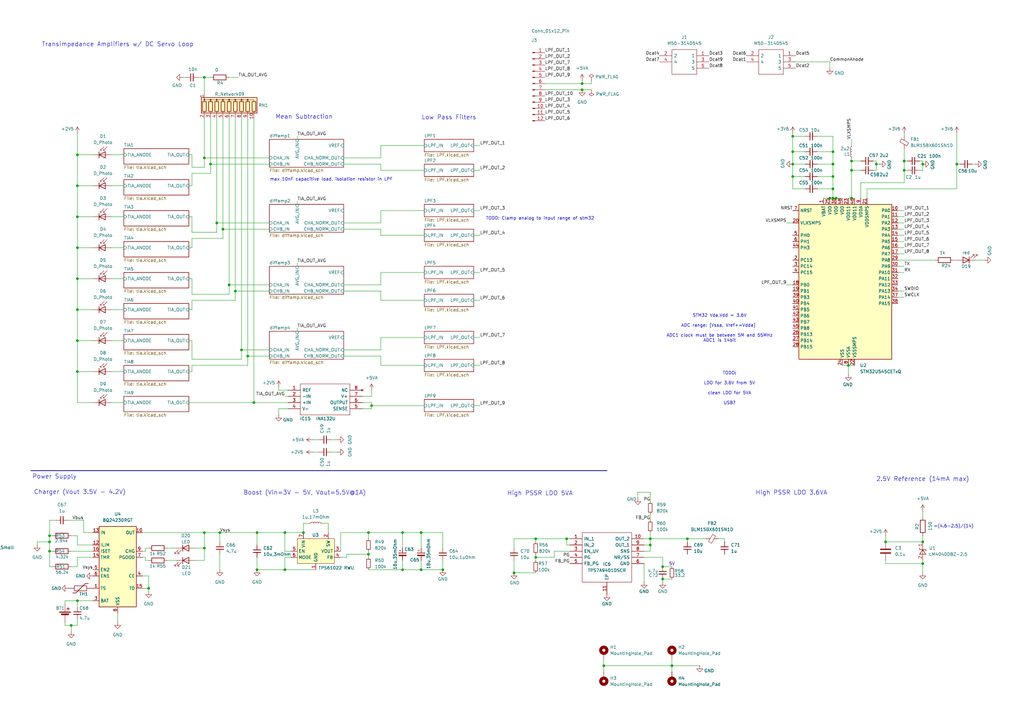
<source format=kicad_sch>
(kicad_sch (version 20231120) (generator "eeschema") (generator_version "8.0")
  (paper "A3")
  (junction (at 359.41 67.31))
  (junction (at 392.43 67.31))
  (junction (at 93.98 116.84))
  (junction (at 31.75 63.5))
  (junction (at 275.59 273.05))
  (junction (at 340.36 81.28))
  (junction (at 105.41 233.68))
  (junction (at 31.75 139.7))
  (junction (at 378.46 231.14))
  (junction (at 347.98 149.86))
  (junction (at 349.25 66.04))
  (junction (at 116.84 218.44))
  (junction (at -17.78 214.63))
  (junction (at 96.52 119.38))
  (junction (at 325.12 67.31))
  (junction (at 210.82 234.95))
  (junction (at 341.63 67.31))
  (junction (at 101.6 146.05))
  (junction (at 172.72 218.44))
  (junction (at 116.84 233.68))
  (junction (at 341.63 81.28))
  (junction (at 378.46 67.31))
  (junction (at 219.71 228.6))
  (junction (at 219.71 220.98))
  (junction (at 181.61 233.68))
  (junction (at 341.63 77.47))
  (junction (at 31.75 88.9))
  (junction (at 341.63 72.39))
  (junction (at 31.75 101.6))
  (junction (at 281.94 220.98))
  (junction (at 247.65 273.05))
  (junction (at 31.75 76.2))
  (junction (at 342.9 81.28))
  (junction (at 238.76 36.83))
  (junction (at 152.4 166.37))
  (junction (at 151.13 227.33))
  (junction (at 88.9 91.44))
  (junction (at 349.25 69.85))
  (junction (at 165.1 218.44))
  (junction (at -17.78 220.98))
  (junction (at 325.12 55.88))
  (junction (at 31.75 127))
  (junction (at 151.13 218.44))
  (junction (at 20.32 222.25))
  (junction (at 104.14 165.1))
  (junction (at 165.1 233.68))
  (junction (at 271.78 237.49))
  (junction (at 266.7 223.52))
  (junction (at 29.21 256.54))
  (junction (at 363.22 222.25))
  (junction (at 172.72 233.68))
  (junction (at 124.46 218.44))
  (junction (at 83.82 31.75))
  (junction (at 31.75 246.38))
  (junction (at 325.12 62.23))
  (junction (at 341.63 62.23))
  (junction (at 378.46 222.25))
  (junction (at -33.02 214.63))
  (junction (at 31.75 152.4))
  (junction (at 60.96 241.3))
  (junction (at 370.84 69.85))
  (junction (at 83.82 224.79))
  (junction (at 232.41 220.98))
  (junction (at 238.76 34.29))
  (junction (at 325.12 72.39))
  (junction (at 105.41 218.44))
  (junction (at 271.78 232.41))
  (junction (at 83.82 218.44))
  (junction (at 90.17 218.44))
  (junction (at 31.75 114.3))
  (junction (at 20.32 219.71))
  (junction (at 370.84 66.04))
  (junction (at 91.44 93.98))
  (junction (at 20.32 226.06))
  (junction (at 266.7 220.98))
  (junction (at 99.06 143.51))
  (junction (at 349.25 81.28))
  (junction (at 86.36 67.31))
  (junction (at 83.82 64.77))
  (wire (pts (xy 363.22 219.71) (xy 363.22 222.25)))
  (wire (pts (xy 31.75 246.38) (xy 38.1 246.38)))
  (wire (pts (xy 78.74 147.32) (xy 99.06 147.32)))
  (wire (pts (xy 359.41 66.04) (xy 359.41 67.31)))
  (wire (pts (xy 349.25 57.15) (xy 349.25 59.69)))
  (wire (pts (xy 172.72 218.44) (xy 172.72 224.79)))
  (wire (pts (xy 121.92 134.62) (xy 121.92 135.89)))
  (wire (pts (xy 31.75 101.6) (xy 31.75 114.3)))
  (wire (pts (xy 31.75 223.52) (xy 31.75 219.71)))
  (wire (pts (xy 114.3 160.02) (xy 114.3 158.75)))
  (wire (pts (xy 91.44 48.26) (xy 91.44 93.98)))
  (wire (pts (xy 156.21 96.52) (xy 173.99 96.52)))
  (wire (pts (xy 266.7 220.98) (xy 264.16 220.98)))
  (wire (pts (xy 325.12 77.47) (xy 330.2 77.47)))
  (wire (pts (xy 359.41 67.31) (xy 360.68 67.31)))
  (wire (pts (xy 86.36 48.26) (xy 86.36 67.31)))
  (wire (pts (xy 31.75 88.9) (xy 38.1 88.9)))
  (wire (pts (xy 38.1 228.6) (xy 31.75 228.6)))
  (wire (pts (xy 297.18 220.98) (xy 294.64 220.98)))
  (wire (pts (xy 341.63 55.88) (xy 341.63 62.23)))
  (wire (pts (xy 135.89 185.42) (xy 138.43 185.42)))
  (wire (pts (xy 88.9 48.26) (xy 88.9 91.44)))
  (wire (pts (xy 325.12 72.39) (xy 325.12 77.47)))
  (wire (pts (xy 363.22 229.87) (xy 363.22 231.14)))
  (wire (pts (xy 156.21 93.98) (xy 156.21 96.52)))
  (wire (pts (xy 287.02 273.05) (xy 275.59 273.05)))
  (wire (pts (xy 76.2 31.75) (xy 74.93 31.75)))
  (wire (pts (xy 289.56 220.98) (xy 281.94 220.98)))
  (wire (pts (xy 335.28 62.23) (xy 341.63 62.23)))
  (wire (pts (xy 349.25 69.85) (xy 349.25 81.28)))
  (wire (pts (xy 83.82 64.77) (xy 110.49 64.77)))
  (wire (pts (xy 90.17 218.44) (xy 90.17 222.25)))
  (wire (pts (xy 142.24 227.33) (xy 151.13 227.33)))
  (wire (pts (xy 232.41 220.98) (xy 232.41 223.52)))
  (wire (pts (xy -33.02 214.63) (xy -33.02 215.9)))
  (wire (pts (xy 275.59 273.05) (xy 247.65 273.05)))
  (wire (pts (xy 139.7 226.06) (xy 139.7 218.44)))
  (wire (pts (xy 31.75 63.5) (xy 38.1 63.5)))
  (wire (pts (xy 219.71 228.6) (xy 219.71 227.33)))
  (wire (pts (xy 156.21 64.77) (xy 156.21 59.69)))
  (wire (pts (xy 349.25 69.85) (xy 353.06 69.85)))
  (wire (pts (xy 31.75 63.5) (xy 31.75 76.2)))
  (wire (pts (xy 26.67 246.38) (xy 31.75 246.38)))
  (wire (pts (xy 104.14 165.1) (xy 118.11 165.1)))
  (wire (pts (xy 275.59 273.05) (xy 275.59 275.59)))
  (wire (pts (xy 368.3 111.76) (xy 370.84 111.76)))
  (wire (pts (xy 349.25 66.04) (xy 349.25 69.85)))
  (wire (pts (xy 15.24 222.25) (xy 20.32 222.25)))
  (wire (pts (xy -17.78 214.63) (xy -17.78 215.9)))
  (wire (pts (xy 59.69 224.79) (xy 59.69 226.06)))
  (wire (pts (xy 165.1 233.68) (xy 172.72 233.68)))
  (wire (pts (xy 110.49 67.31) (xy 86.36 67.31)))
  (wire (pts (xy 124.46 214.63) (xy 124.46 218.44)))
  (wire (pts (xy 271.78 237.49) (xy 271.78 238.76)))
  (wire (pts (xy 93.98 116.84) (xy 110.49 116.84)))
  (wire (pts (xy 368.3 104.14) (xy 370.84 104.14)))
  (wire (pts (xy 368.3 119.38) (xy 370.84 119.38)))
  (wire (pts (xy 370.84 69.85) (xy 370.84 74.93)))
  (wire (pts (xy 132.08 214.63) (xy 134.62 214.63)))
  (wire (pts (xy 341.63 62.23) (xy 341.63 67.31)))
  (wire (pts (xy 194.31 123.19) (xy 196.85 123.19)))
  (wire (pts (xy 156.21 59.69) (xy 173.99 59.69)))
  (wire (pts (xy 45.72 152.4) (xy 50.8 152.4)))
  (wire (pts (xy 31.75 232.41) (xy 29.21 232.41)))
  (wire (pts (xy 116.84 218.44) (xy 124.46 218.44)))
  (wire (pts (xy 78.74 68.58) (xy 83.82 68.58)))
  (wire (pts (xy 45.72 114.3) (xy 50.8 114.3)))
  (wire (pts (xy 77.47 88.9) (xy 78.74 88.9)))
  (wire (pts (xy 83.82 224.79) (xy 83.82 229.87)))
  (wire (pts (xy 119.38 226.06) (xy 116.84 226.06)))
  (wire (pts (xy 31.75 219.71) (xy 29.21 219.71)))
  (wire (pts (xy 335.28 77.47) (xy 341.63 77.47)))
  (wire (pts (xy 26.67 255.27) (xy 26.67 256.54)))
  (wire (pts (xy 81.28 31.75) (xy 83.82 31.75)))
  (wire (pts (xy 38.1 139.7) (xy 31.75 139.7)))
  (wire (pts (xy 88.9 91.44) (xy 88.9 95.25)))
  (wire (pts (xy 20.32 213.36) (xy 20.32 219.71)))
  (wire (pts (xy 148.59 165.1) (xy 152.4 165.1)))
  (wire (pts (xy 77.47 165.1) (xy 104.14 165.1)))
  (wire (pts (xy 353.06 74.93) (xy 353.06 81.28)))
  (wire (pts (xy 368.3 86.36) (xy 370.84 86.36)))
  (wire (pts (xy 330.2 72.39) (xy 325.12 72.39)))
  (wire (pts (xy 151.13 233.68) (xy 165.1 233.68)))
  (wire (pts (xy 392.43 54.61) (xy 392.43 67.31)))
  (wire (pts (xy 156.21 67.31) (xy 156.21 69.85)))
  (wire (pts (xy 219.71 222.25) (xy 219.71 220.98)))
  (wire (pts (xy 194.31 86.36) (xy 196.85 86.36)))
  (wire (pts (xy 341.63 72.39) (xy 341.63 77.47)))
  (wire (pts (xy 370.84 69.85) (xy 372.11 69.85)))
  (wire (pts (xy 129.54 233.68) (xy 116.84 233.68)))
  (wire (pts (xy 368.3 121.92) (xy 370.84 121.92)))
  (wire (pts (xy 78.74 88.9) (xy 78.74 95.25)))
  (wire (pts (xy 341.63 67.31) (xy 341.63 72.39)))
  (wire (pts (xy 105.41 233.68) (xy 116.84 233.68)))
  (wire (pts (xy 140.97 64.77) (xy 156.21 64.77)))
  (wire (pts (xy 181.61 218.44) (xy 181.61 224.79)))
  (wire (pts (xy 128.27 185.42) (xy 130.81 185.42)))
  (wire (pts (xy 378.46 69.85) (xy 378.46 67.31)))
  (wire (pts (xy 78.74 139.7) (xy 78.74 147.32)))
  (wire (pts (xy 392.43 67.31) (xy 393.7 67.31)))
  (wire (pts (xy 121.92 82.55) (xy 121.92 83.82)))
  (wire (pts (xy 172.72 229.87) (xy 172.72 233.68)))
  (wire (pts (xy 34.29 213.36) (xy 27.94 213.36)))
  (wire (pts (xy 114.3 167.64) (xy 118.11 167.64)))
  (wire (pts (xy 165.1 218.44) (xy 165.1 224.79)))
  (wire (pts (xy 78.74 97.79) (xy 91.44 97.79)))
  (wire (pts (xy 151.13 218.44) (xy 165.1 218.44)))
  (wire (pts (xy 60.96 242.57) (xy 60.96 241.3)))
  (wire (pts (xy 266.7 218.44) (xy 266.7 220.98)))
  (wire (pts (xy 194.31 111.76) (xy 196.85 111.76)))
  (wire (pts (xy 194.31 96.52) (xy 196.85 96.52)))
  (wire (pts (xy 93.98 31.75) (xy 97.79 31.75)))
  (wire (pts (xy 194.31 59.69) (xy 196.85 59.69)))
  (wire (pts (xy 172.72 218.44) (xy 181.61 218.44)))
  (wire (pts (xy 326.39 25.4) (xy 340.36 25.4)))
  (wire (pts (xy 78.74 101.6) (xy 78.74 97.79)))
  (wire (pts (xy 368.3 96.52) (xy 370.84 96.52)))
  (wire (pts (xy 151.13 226.06) (xy 151.13 227.33)))
  (wire (pts (xy 349.25 81.28) (xy 350.52 81.28)))
  (wire (pts (xy 347.98 149.86) (xy 350.52 149.86)))
  (wire (pts (xy 363.22 222.25) (xy 378.46 222.25)))
  (wire (pts (xy 45.72 165.1) (xy 50.8 165.1)))
  (wire (pts (xy 121.92 55.88) (xy 121.92 57.15)))
  (wire (pts (xy 31.75 54.61) (xy 31.75 63.5)))
  (wire (pts (xy 78.74 95.25) (xy 88.9 95.25)))
  (wire (pts (xy 20.32 226.06) (xy 21.59 226.06)))
  (wire (pts (xy 297.18 222.25) (xy 297.18 220.98)))
  (wire (pts (xy 194.31 149.86) (xy 196.85 149.86)))
  (wire (pts (xy 152.4 166.37) (xy 152.4 167.64)))
  (wire (pts (xy 26.67 256.54) (xy 29.21 256.54)))
  (wire (pts (xy 78.74 152.4) (xy 77.47 152.4)))
  (wire (pts (xy 83.82 48.26) (xy 83.82 64.77)))
  (wire (pts (xy 83.82 218.44) (xy 90.17 218.44)))
  (wire (pts (xy 91.44 93.98) (xy 91.44 97.79)))
  (wire (pts (xy 96.52 119.38) (xy 110.49 119.38)))
  (wire (pts (xy 325.12 67.31) (xy 330.2 67.31)))
  (wire (pts (xy 20.32 219.71) (xy 21.59 219.71)))
  (wire (pts (xy 140.97 119.38) (xy 156.21 119.38)))
  (wire (pts (xy 368.3 109.22) (xy 370.84 109.22)))
  (wire (pts (xy 45.72 127) (xy 50.8 127)))
  (wire (pts (xy 140.97 116.84) (xy 156.21 116.84)))
  (wire (pts (xy 78.74 71.12) (xy 78.74 76.2)))
  (wire (pts (xy 31.75 114.3) (xy 38.1 114.3)))
  (wire (pts (xy 363.22 231.14) (xy 378.46 231.14)))
  (wire (pts (xy 83.82 31.75) (xy 86.36 31.75)))
  (wire (pts (xy 140.97 146.05) (xy 156.21 146.05)))
  (wire (pts (xy 128.27 180.34) (xy 130.81 180.34)))
  (wire (pts (xy 59.69 229.87) (xy 59.69 228.6)))
  (wire (pts (xy 398.78 67.31) (xy 400.05 67.31)))
  (wire (pts (xy 26.67 246.38) (xy 26.67 247.65)))
  (wire (pts (xy 194.31 166.37) (xy 196.85 166.37)))
  (wire (pts (xy 151.13 228.6) (xy 151.13 227.33)))
  (wire (pts (xy 349.25 64.77) (xy 349.25 66.04)))
  (wire (pts (xy 156.21 91.44) (xy 156.21 86.36)))
  (wire (pts (xy 335.28 72.39) (xy 341.63 72.39)))
  (wire (pts (xy 370.84 66.04) (xy 370.84 69.85)))
  (wire (pts (xy 86.36 71.12) (xy 78.74 71.12)))
  (wire (pts (xy 194.31 138.43) (xy 196.85 138.43)))
  (wire (pts (xy 370.84 60.96) (xy 370.84 66.04)))
  (wire (pts (xy 368.3 91.44) (xy 370.84 91.44)))
  (wire (pts (xy 368.3 88.9) (xy 370.84 88.9)))
  (wire (pts (xy 99.06 48.26) (xy 99.06 143.51)))
  (wire (pts (xy 31.75 76.2) (xy 38.1 76.2)))
  (wire (pts (xy 223.52 36.83) (xy 238.76 36.83)))
  (wire (pts (xy 78.74 149.86) (xy 78.74 152.4)))
  (wire (pts (xy 77.47 114.3) (xy 78.74 114.3)))
  (wire (pts (xy 378.46 66.04) (xy 377.19 66.04)))
  (wire (pts (xy -29.21 214.63) (xy -33.02 214.63)))
  (wire (pts (xy 116.84 228.6) (xy 119.38 228.6)))
  (wire (pts (xy 368.3 99.06) (xy 370.84 99.06)))
  (wire (pts (xy 31.75 139.7) (xy 31.75 152.4)))
  (wire (pts (xy 223.52 34.29) (xy 238.76 34.29)))
  (wire (pts (xy 266.7 201.93) (xy 266.7 205.74)))
  (wire (pts (xy 219.71 228.6) (xy 227.33 228.6)))
  (wire (pts (xy 152.4 162.56) (xy 148.59 162.56)))
  (wire (pts (xy 31.75 127) (xy 31.75 139.7)))
  (wire (pts (xy 68.58 224.79) (xy 72.39 224.79)))
  (wire (pts (xy 156.21 119.38) (xy 156.21 123.19)))
  (wire (pts (xy 31.75 101.6) (xy 38.1 101.6)))
  (wire (pts (xy 77.47 63.5) (xy 78.74 63.5)))
  (wire (pts (xy 31.75 228.6) (xy 31.75 232.41)))
  (wire (pts (xy 233.68 220.98) (xy 232.41 220.98)))
  (wire (pts (xy 31.75 88.9) (xy 31.75 101.6)))
  (wire (pts (xy 342.9 81.28) (xy 345.44 81.28)))
  (wire (pts (xy 45.72 139.7) (xy 50.8 139.7)))
  (wire (pts (xy 156.21 143.51) (xy 156.21 138.43)))
  (wire (pts (xy 45.72 63.5) (xy 50.8 63.5)))
  (wire (pts (xy 101.6 146.05) (xy 110.49 146.05)))
  (wire (pts (xy 31.75 152.4) (xy 38.1 152.4)))
  (wire (pts (xy 378.46 219.71) (xy 378.46 222.25)))
  (wire (pts (xy 156.21 146.05) (xy 156.21 149.86)))
  (wire (pts (xy 104.14 48.26) (xy 104.14 165.1)))
  (wire (pts (xy 83.82 31.75) (xy 83.82 38.1)))
  (wire (pts (xy 80.01 229.87) (xy 83.82 229.87)))
  (wire (pts (xy 58.42 228.6) (xy 59.69 228.6)))
  (wire (pts (xy 238.76 36.83) (xy 242.57 36.83)))
  (wire (pts (xy 392.43 77.47) (xy 392.43 67.31)))
  (wire (pts (xy 152.4 167.64) (xy 148.59 167.64)))
  (wire (pts (xy 181.61 233.68) (xy 181.61 229.87)))
  (wire (pts (xy 60.96 224.79) (xy 59.69 224.79)))
  (wire (pts (xy 68.58 229.87) (xy 72.39 229.87)))
  (wire (pts (xy 322.58 91.44) (xy 325.12 91.44)))
  (wire (pts (xy 134.62 214.63) (xy 134.62 218.44)))
  (wire (pts (xy -17.78 220.98) (xy -5.08 220.98)))
  (wire (pts (xy 20.32 222.25) (xy 20.32 226.06)))
  (wire (pts (xy 210.82 229.87) (xy 210.82 234.95)))
  (wire (pts (xy 45.72 101.6) (xy 50.8 101.6)))
  (wire (pts (xy 105.41 228.6) (xy 105.41 233.68)))
  (wire (pts (xy 156.21 116.84) (xy 156.21 111.76)))
  (wire (pts (xy 45.72 76.2) (xy 50.8 76.2)))
  (wire (pts (xy 127 214.63) (xy 124.46 214.63)))
  (wire (pts (xy 345.44 149.86) (xy 347.98 149.86)))
  (wire (pts (xy 121.92 107.95) (xy 121.92 109.22)))
  (wire (pts (xy 93.98 116.84) (xy 93.98 120.65)))
  (wire (pts (xy 266.7 223.52) (xy 266.7 220.98)))
  (wire (pts (xy 340.36 81.28) (xy 341.63 81.28)))
  (wire (pts (xy 210.82 234.95) (xy 219.71 234.95)))
  (wire (pts (xy 156.21 123.19) (xy 173.99 123.19)))
  (wire (pts (xy 325.12 54.61) (xy 325.12 55.88)))
  (wire (pts (xy 359.41 67.31) (xy 359.41 69.85)))
  (wire (pts (xy 156.21 69.85) (xy 173.99 69.85)))
  (wire (pts (xy 93.98 48.26) (xy 93.98 116.84)))
  (wire (pts (xy 156.21 149.86) (xy 173.99 149.86)))
  (wire (pts (xy 325.12 67.31) (xy 325.12 72.39)))
  (wire (pts (xy 266.7 226.06) (xy 266.7 223.52)))
  (wire (pts (xy 38.1 223.52) (xy 31.75 223.52)))
  (wire (pts (xy 264.16 223.52) (xy 266.7 223.52)))
  (wire (pts (xy 368.3 101.6) (xy 370.84 101.6)))
  (wire (pts (xy 242.57 33.02) (xy 242.57 34.29)))
  (wire (pts (xy 341.63 77.47) (xy 341.63 81.28)))
  (wire (pts (xy 152.4 166.37) (xy 173.99 166.37)))
  (wire (pts (xy 80.01 224.79) (xy 83.82 224.79)))
  (wire (pts (xy 261.62 201.93) (xy 266.7 201.93)))
  (wire (pts (xy 142.24 228.6) (xy 142.24 227.33)))
  (wire (pts (xy 90.17 227.33) (xy 90.17 233.68)))
  (wire (pts (xy 105.41 218.44) (xy 116.84 218.44)))
  (wire (pts (xy 335.28 67.31) (xy 341.63 67.31)))
  (wire (pts (xy 378.46 209.55) (xy 378.46 212.09)))
  (wire (pts (xy 83.82 64.77) (xy 83.82 68.58)))
  (wire (pts (xy 165.1 229.87) (xy 165.1 233.68)))
  (wire (pts (xy 271.78 237.49) (xy 275.59 237.49)))
  (wire (pts (xy 140.97 93.98) (xy 156.21 93.98)))
  (wire (pts (xy 378.46 229.87) (xy 378.46 231.14)))
  (wire (pts (xy 165.1 218.44) (xy 172.72 218.44)))
  (wire (pts (xy -17.78 214.63) (xy -5.08 214.63)))
  (wire (pts (xy 99.06 143.51) (xy 99.06 147.32)))
  (wire (pts (xy 20.32 232.41) (xy 21.59 232.41)))
  (wire (pts (xy 341.63 81.28) (xy 342.9 81.28)))
  (wire (pts (xy 58.42 218.44) (xy 83.82 218.44)))
  (wire (pts (xy 247.65 273.05) (xy 247.65 275.59)))
  (wire (pts (xy 151.13 218.44) (xy 151.13 220.98)))
  (wire (pts (xy 261.62 204.47) (xy 261.62 201.93)))
  (wire (pts (xy 140.97 143.51) (xy 156.21 143.51)))
  (wire (pts (xy -5.08 214.63) (xy -5.08 215.9)))
  (wire (pts (xy 90.17 218.44) (xy 105.41 218.44)))
  (wire (pts (xy 355.6 77.47) (xy 392.43 77.47)))
  (wire (pts (xy 140.97 91.44) (xy 156.21 91.44)))
  (wire (pts (xy 238.76 34.29) (xy 238.76 33.02)))
  (wire (pts (xy 322.58 116.84) (xy 325.12 116.84)))
  (wire (pts (xy 77.47 139.7) (xy 78.74 139.7)))
  (wire (pts (xy 101.6 146.05) (xy 101.6 149.86)))
  (wire (pts (xy 347.98 149.86) (xy 347.98 153.67)))
  (wire (pts (xy 31.75 165.1) (xy 38.1 165.1)))
  (wire (pts (xy 271.78 232.41) (xy 275.59 232.41)))
  (wire (pts (xy 156.21 138.43) (xy 173.99 138.43)))
  (wire (pts (xy 281.94 220.98) (xy 281.94 222.25)))
  (wire (pts (xy 330.2 55.88) (xy 325.12 55.88)))
  (wire (pts (xy 349.25 66.04) (xy 353.06 66.04)))
  (wire (pts (xy 135.89 180.34) (xy 138.43 180.34)))
  (wire (pts (xy 340.36 25.4) (xy 340.36 27.94)))
  (wire (pts (xy 91.44 93.98) (xy 110.49 93.98)))
  (wire (pts (xy 116.84 226.06) (xy 116.84 218.44)))
  (wire (pts (xy 116.84 233.68) (xy 116.84 228.6)))
  (wire (pts (xy 266.7 220.98) (xy 281.94 220.98)))
  (bus (pts (xy 12.7 193.04) (xy 248.92 193.04)))
  (wire (pts (xy 264.16 228.6) (xy 271.78 228.6)))
  (wire (pts (xy 29.21 256.54) (xy 31.75 256.54)))
  (wire (pts (xy 264.16 226.06) (xy 266.7 226.06)))
  (wire (pts (xy 20.32 219.71) (xy 20.32 222.25)))
  (wire (pts (xy 233.68 226.06) (xy 227.33 226.06)))
  (wire (pts (xy 355.6 77.47) (xy 355.6 81.28)))
  (wire (pts (xy 86.36 67.31) (xy 86.36 71.12)))
  (wire (pts (xy -21.59 214.63) (xy -17.78 214.63)))
  (wire (pts (xy 78.74 114.3) (xy 78.74 120.65)))
  (wire (pts (xy 31.75 127) (xy 38.1 127)))
  (wire (pts (xy 264.16 231.14) (xy 264.16 238.76)))
  (wire (pts (xy 370.84 66.04) (xy 372.11 66.04)))
  (wire (pts (xy 83.82 218.44) (xy 83.82 224.79)))
  (wire (pts (xy 77.47 101.6) (xy 78.74 101.6)))
  (wire (pts (xy 77.47 127) (xy 78.74 127)))
  (wire (pts (xy 31.75 76.2) (xy 31.75 88.9)))
  (wire (pts (xy 116.84 162.56) (xy 118.11 162.56)))
  (wire (pts (xy 101.6 48.26) (xy 101.6 146.05)))
  (wire (pts (xy 219.71 220.98) (xy 232.41 220.98)))
  (wire (pts (xy 232.41 223.52) (xy 233.68 223.52)))
  (wire (pts (xy 391.16 106.68) (xy 392.43 106.68)))
  (wire (pts (xy -45.72 214.63) (xy -33.02 214.63)))
  (wire (pts (xy 31.75 114.3) (xy 31.75 127)))
  (wire (pts (xy 45.72 88.9) (xy 50.8 88.9)))
  (wire (pts (xy -33.02 220.98) (xy -17.78 220.98)))
  (wire (pts (xy 34.29 218.44) (xy 34.29 213.36)))
  (wire (pts (xy 219.71 228.6) (xy 219.71 229.87)))
  (wire (pts (xy 96.52 119.38) (xy 96.52 123.19)))
  (wire (pts (xy 31.75 256.54) (xy 31.75 254)))
  (wire (pts (xy 78.74 127) (xy 78.74 123.19)))
  (wire (pts (xy 368.3 93.98) (xy 370.84 93.98)))
  (wire (pts (xy 210.82 224.79) (xy 210.82 220.98)))
  (wire (pts (xy 58.42 236.22) (xy 60.96 236.22)))
  (wire (pts (xy 48.26 251.46) (xy 48.26 255.27)))
  (wire (pts (xy 271.78 228.6) (xy 271.78 232.41)))
  (wire (pts (xy 325.12 62.23) (xy 325.12 67.31)))
  (wire (pts (xy 22.86 213.36) (xy 20.32 213.36)))
  (wire (pts (xy 377.19 69.85) (xy 378.46 69.85)))
  (wire (pts (xy 378.46 67.31) (xy 378.46 66.04)))
  (wire (pts (xy 140.97 67.31) (xy 156.21 67.31)))
  (wire (pts (xy 194.31 69.85) (xy 196.85 69.85)))
  (wire (pts (xy 359.41 69.85) (xy 358.14 69.85)))
  (wire (pts (xy 31.75 246.38) (xy 31.75 248.92)))
  (wire (pts (xy 59.69 229.87) (xy 60.96 229.87)))
  (wire (pts (xy 370.84 74.93) (xy 353.06 74.93)))
  (wire (pts (xy 58.42 241.3) (xy 60.96 241.3)))
  (wire (pts (xy 34.29 218.44) (xy 38.1 218.44)))
  (wire (pts (xy 96.52 48.26) (xy 96.52 119.38)))
  (wire (pts (xy 247.65 273.05) (xy 247.65 270.51)))
  (wire (pts (xy 378.46 231.14) (xy 378.46 234.95)))
  (wire (pts (xy 20.32 226.06) (xy 20.32 232.41)))
  (wire (pts (xy 15.24 223.52) (xy 15.24 222.25)))
  (wire (pts (xy 156.21 86.36) (xy 173.99 86.36)))
  (wire (pts (xy 266.7 210.82) (xy 266.7 213.36)))
  (wire (pts (xy 210.82 220.98) (xy 219.71 220.98)))
  (wire (pts (xy 347.98 81.28) (xy 349.25 81.28)))
  (wire (pts (xy 114.3 167.64) (xy 114.3 170.18)))
  (wire (pts (xy 78.74 120.65) (xy 93.98 120.65)))
  (wire (pts (xy 335.28 55.88) (xy 341.63 55.88)))
  (wire (pts (xy 59.69 226.06) (xy 58.42 226.06)))
  (wire (pts (xy 88.9 91.44) (xy 110.49 91.44)))
  (wire (pts (xy 78.74 123.19) (xy 96.52 123.19)))
  (wire (pts (xy 152.4 160.02) (xy 152.4 162.56)))
  (wire (pts (xy 400.05 106.68) (xy 403.86 106.68)))
  (wire (pts (xy 172.72 233.68) (xy 181.61 233.68)))
  (wire (pts (xy 238.76 34.29) (xy 242.57 34.29)))
  (wire (pts (xy 227.33 226.06) (xy 227.33 228.6)))
  (wire (pts (xy 139.7 228.6) (xy 142.24 228.6)))
  (wire (pts (xy 325.12 55.88) (xy 325.12 62.23)))
  (wire (pts (xy 370.84 54.61) (xy 370.84 55.88)))
  (wire (pts (xy 368.3 106.68) (xy 383.54 106.68)))
  (wire (pts (xy 31.75 152.4) (xy 31.75 165.1)))
  (wire (pts (xy 78.74 76.2) (xy 77.47 76.2)))
  (wire (pts (xy 275.59 270.51) (xy 275.59 273.05)))
  (wire (pts (xy 78.74 149.86) (xy 101.6 149.86)))
  (wire (pts (xy 325.12 62.23) (xy 330.2 62.23)))
  (wire (pts (xy 152.4 165.1) (xy 152.4 166.37)))
  (wire (pts (xy 78.74 63.5) (xy 78.74 68.58)))
  (wire (pts (xy 156.21 111.76) (xy 173.99 111.76)))
  (wire (pts (xy 118.11 160.02) (xy 114.3 160.02)))
  (wire (pts (xy 337.82 81.28) (xy 340.36 81.28)))
  (wire (pts (xy 99.06 143.51) (xy 110.49 143.51)))
  (wire (pts (xy 358.14 66.04) (xy 359.41 66.04)))
  (wire (pts (xy 60.96 236.22) (xy 60.96 241.3)))
  (wire (pts (xy 29.21 226.06) (xy 38.1 226.06)))
  (wire (pts (xy 139.7 218.44) (xy 151.13 218.44)))
  (wire (pts (xy 29.21 259.08) (xy 29.21 256.54)))
  (wire (pts (xy 105.41 223.52) (xy 105.41 218.44)))
  (image (at 487.68 101.6) (scale 0.416583))
  (text "=(4.6-2.5)/(14)" (at 391.16 215.9 0) (effects (font (size 1.27 1.27))))
  (text "TODO: Clamp analog to input range of stm32" (at 221.488 89.662 0) (effects (font (size 1.27 1.27))))
  (text "STM32 Vda,Vdd = 3.6V\n\nADC range: [Vssa, Vref+=Vdda] \n\nADC1 clock must be between 5M and 55MHz\nADC1 is 14bit" (at 295.148 134.62 0) (effects (font (size 1.27 1.27))))
  (text "High PSSR LDO 5VA" (at 221.488 202.438 0) (effects (font (size 1.778 1.778))))
  (text "max 10nF capacitive load, isolation resistor in LPF" (at 135.89 73.66 0) (effects (font (size 1.27 1.27))))
  (text "2.5V Reference (14mA max)" (at 378.46 196.596 0) (effects (font (size 1.778 1.778))))
  (text "Low Pass Filters" (at 184.15 48.26 0) (effects (font (size 1.778 1.778))))
  (text "Power Supply" (at 22.352 195.58 0) (effects (font (size 1.778 1.778))))
  (text "5V" (at 275.59 231.394 0) (effects (font (size 1.27 1.27))))
  (text "Transimpedance Amplifiers w/ DC Servo Loop" (at 48.26 18.288 0) (effects (font (size 1.778 1.778))))
  (text "Mean Subtraction" (at 124.714 48.006 0) (effects (font (size 1.778 1.778))))
  (text "Boost (Vin=3V - 5V, Vout=5.5V@1A)" (at 124.968 202.184 0) (effects (font (size 1.778 1.778))))
  (text "High PSSR LDO 3.6VA" (at 324.612 202.184 0) (effects (font (size 1.778 1.778))))
  (text "TODO:\n\nLDO for 3.6V from 5V\n\nclean LDO for 5VA\n\nUSB?" (at 299.212 159.258 0) (effects (font (size 1.27 1.27))))
  (text "Charger (Vout 3.5V - 4.2V)" (at 32.766 201.93 0) (effects (font (size 1.778 1.778))))
  (label "VLXSMPS" (at 322.58 91.44 180))
  (label "Dcat9" (at 290.83 25.4 0))
  (label "FB_PG" (at 266.7 213.36 180))
  (label "LPF_OUT_5" (at 370.84 96.52 0))
  (label "LPF_OUT_9" (at 223.52 31.75 0))
  (label "FB_PG" (at 233.68 231.14 180))
  (label "TIA_OUT_AVG" (at 121.92 107.95 0))
  (label "LPF_OUT_3" (at 196.85 86.36 0))
  (label "PG" (at 266.7 205.74 180))
  (label "LPF_OUT_7" (at 370.84 101.6 0))
  (label "Dcat2" (at 326.39 27.94 0))
  (label "VLXSMPS" (at 349.25 57.15 90))
  (label "LPF_OUT_2" (at 196.85 69.85 0))
  (label "LPF_OUT_2" (at 370.84 88.9 0))
  (label "Dcat5" (at 326.39 22.86 0))
  (label "TX" (at 370.84 109.22 0))
  (label "LPF_OUT_4" (at 370.84 93.98 0))
  (label "LPF_OUT_3" (at 223.52 41.91 0))
  (label "SWDIO" (at 370.84 119.38 0))
  (label "LPF_OUT_3" (at 370.84 91.44 0))
  (label "Vbus" (at 34.29 213.36 180))
  (label "Dcat6" (at 306.07 22.86 180))
  (label "Dcat3" (at 290.83 22.86 0))
  (label "LPF_OUT_8" (at 196.85 149.86 0))
  (label "TIA_OUT_AVG" (at 121.92 134.62 0))
  (label "LPF_OUT_4" (at 196.85 96.52 0))
  (label "Vsys" (at 90.17 218.44 0))
  (label "LPF_OUT_5" (at 196.85 111.76 0))
  (label "LPF_OUT_1" (at 196.85 59.69 0))
  (label "LPF_OUT_10" (at 223.52 39.37 0))
  (label "LPF_OUT_6" (at 370.84 99.06 0))
  (label "Dcat1" (at 306.07 25.4 180))
  (label "Dcat7" (at 270.51 25.4 180))
  (label "LPF_OUT_2" (at 223.52 24.13 0))
  (label "Dcat8" (at 290.83 27.94 0))
  (label "LPF_OUT_8" (at 223.52 29.21 0))
  (label "LPF_OUT_8" (at 370.84 104.14 0))
  (label "LPF_OUT_9" (at 322.58 116.84 180))
  (label "LPF_OUT_6" (at 223.52 49.53 0))
  (label "TIA_OUT_AVG" (at 121.92 55.88 0))
  (label "LPF_OUT_1" (at 370.84 86.36 0))
  (label "SWCLK" (at 370.84 121.92 0))
  (label "TIA_OUT_AVG" (at 97.79 31.75 0))
  (label "LPF_OUT_1" (at 223.52 21.59 0))
  (label "PG" (at 233.68 228.6 180))
  (label "TIA_OUT_AVG" (at 121.92 82.55 0))
  (label "LPF_OUT_7" (at 196.85 138.43 0))
  (label "LPF_OUT_4" (at 223.52 44.45 0))
  (label "Dcat4" (at 270.51 22.86 180))
  (label "LPF_OUT_7" (at 223.52 26.67 0))
  (label "CommonAnode" (at 340.36 25.4 0))
  (label "LPF_OUT_6" (at 196.85 123.19 0))
  (label "Vsys" (at 38.1 233.68 180))
  (label "NRST" (at 325.12 86.36 180))
  (label "LPF_OUT_9" (at 196.85 166.37 0))
  (label "LPF_OUT_5" (at 223.52 46.99 0))
  (label "TIA_OUT_AVG" (at 116.84 162.56 180))
  (label "RX" (at 370.84 111.76 0))
  (symbol (lib_id "Device:C_Small") (at 332.74 67.31 90) (unit 1)
    (property "Reference" "C52" (at 327.66 64.77 90) (effects (justify right)))
    (property "Value" "100n" (at 332.486 64.77 90) (effects (justify right)))
    (property "Description" "Unpolarized capacitor, small symbol" (effects (hide yes)))
  )
  (symbol (lib_id "Device:C_Small") (at 25.4 213.36 90) (unit 1)
    (property "Reference" "C67" (at 25.4063 207.01 90))
    (property "Value" "1u" (at 25.4063 209.55 90))
    (property "Description" "Unpolarized capacitor, small symbol" (effects (hide yes)))
  )
  (symbol (lib_id "power:GND") (at 264.16 238.76 0) (unit 1)
    (property "Reference" "#PWR0130" (effects (hide yes)))
    (property "Value" "GND" (at 264.16 242.57 0))
    (property "Description" "Power symbol creates a global label with name \"GND\" , ground" (effects (hide yes)))
  )
  (symbol (lib_id "Device:C_Small") (at 281.94 224.79 180) (unit 1)
    (property "Reference" "C69" (at 284.48 223.5135 0) (effects (justify right)))
    (property "Value" "10u" (at 284.48 226.0535 0) (effects (justify right)))
    (property "Description" "Unpolarized capacitor, small symbol" (effects (hide yes)))
  )
  (symbol (lib_id "Device:D_Photo") (at 43.18 152.4 0) (unit 1)
    (property "Reference" "D8" (at 42.2275 144.78 0))
    (property "Value" "D_Photo" (at 42.2275 147.32 0))
    (property "Description" "Photodiode" (effects (hide yes)))
  )
  (symbol (lib_id "Device:R") (at 25.4 232.41 90) (unit 1)
    (property "Reference" "R51" (at 26.924 232.41 90) (effects (justify left)))
    (property "Value" "56.2k" (at 28.194 234.696 90) (effects (justify left)))
    (property "Footprint" "Resistor_SMD:R_0603_1608Metric" (effects (hide yes)))
    (property "Description" "Resistor" (effects (hide yes)))
  )
  (symbol (lib_id "power:GND") (at 271.78 238.76 0) (unit 1)
    (property "Reference" "#PWR0129" (effects (hide yes)))
    (property "Value" "GND" (at 271.78 242.57 0))
    (property "Description" "Power symbol creates a global label with name \"GND\" , ground" (effects (hide yes)))
  )
  (symbol (lib_id "Device:Thermistor") (at 33.02 241.3 90) (unit 1)
    (property "Reference" "TH1" (at 34.29 243.586 90))
    (property "Value" "Thermistor" (effects (hide yes)))
    (property "Description" "Temperature dependent resistor" (effects (hide yes)))
  )
  (symbol (lib_id "Device:C_Small") (at 355.6 66.04 90) (unit 1)
    (property "Reference" "C57" (at 356.362 63.754 90) (effects (justify right)))
    (property "Value" "2u2" (at 360.68 63.754 90) (effects (justify right)))
    (property "Description" "Unpolarized capacitor, small symbol" (effects (hide yes)))
  )
  (symbol (lib_id "power:+2V5") (at 325.12 54.61 0) (unit 1)
    (property "Reference" "#PWR0106" (effects (hide yes)))
    (property "Value" "+3V6" (at 321.056 52.832 0))
    (property "Description" "Power symbol creates a global label with name \"+2V5\"" (effects (hide yes)))
  )
  (symbol (lib_id "Device:C_Small") (at 78.74 31.75 90) (unit 1)
    (property "Reference" "C1" (at 77.724 35.052 90) (effects (justify right)))
    (property "Value" "10n" (at 77.216 28.448 90) (effects (justify right)))
    (property "Description" "Unpolarized capacitor, small symbol" (effects (hide yes)))
  )
  (symbol (lib_id "Device:R_Small") (at 151.13 231.14 0) (unit 1)
    (property "Reference" "R50" (at 153.67 229.8699 0) (effects (justify left)))
    (property "Value" "100k" (at 153.67 232.4099 0) (effects (justify left)))
    (property "Description" "Resistor, small symbol" (effects (hide yes)))
  )
  (symbol (lib_id "Device:C_Small") (at 133.35 185.42 90) (unit 1)
    (property "Reference" "C50" (at 132.08 191.516 0) (effects (justify left)))
    (property "Value" "1u" (at 134.62 191.516 0) (effects (justify left)))
    (property "Description" "Unpolarized capacitor, small symbol" (effects (hide yes)))
  )
  (symbol (lib_id "Mechanical:MountingHole_Pad") (at 275.59 267.97 0) (unit 1) (exclude_from_sim yes) (in_bom no)
    (property "Reference" "H2" (at 278.13 265.4299 0) (effects (justify left)))
    (property "Value" "MountingHole_Pad" (at 278.13 267.9699 0) (effects (justify left)))
    (property "Footprint" "MountingHole:MountingHole_3.2mm_M3_DIN965_Pad" (effects (hide yes)))
    (property "Description" "Mounting Hole with connection" (effects (hide yes)))
  )
  (symbol (lib_id "Device:D_Photo") (at 43.18 165.1 0) (unit 1)
    (property "Reference" "D9" (at 42.2275 157.48 0))
    (property "Value" "D_Photo" (at 42.2275 160.02 0))
    (property "Description" "Photodiode" (effects (hide yes)))
  )
  (symbol (lib_id "Device:R") (at 25.4 219.71 90) (unit 1)
    (property "Reference" "R53" (at 26.67 219.71 90) (effects (justify left)))
    (property "Value" "2.94k" (at 27.94 221.742 90) (effects (justify left)))
    (property "Footprint" "Resistor_SMD:R_0603_1608Metric" (effects (hide yes)))
    (property "Description" "Resistor" (effects (hide yes)))
  )
  (symbol (lib_id "Device:C_Small") (at -17.78 218.44 0) (unit 1)
    (property "Reference" "C61" (at -15.24 216.408 0) (effects (justify left)))
    (property "Value" "100n" (at -15.24 218.948 0) (effects (justify left)))
    (property "Description" "Unpolarized capacitor, small symbol" (effects (hide yes)))
  )
  (symbol (lib_id "Device:FerriteBead_Small") (at 292.1 220.98 90) (unit 1)
    (property "Reference" "FB2" (at 292.0619 214.63 90))
    (property "Value" "BLM15BX601SN1D" (at 292.0619 217.17 90))
    (property "Description" "Ferrite bead, small symbol" (effects (hide yes)))
  )
  (symbol (lib_id "Device:D_Photo") (at 43.18 101.6 0) (unit 1)
    (property "Reference" "D4" (at 42.2275 93.98 0))
    (property "Value" "D_Photo" (at 42.2275 96.52 0))
    (property "Description" "Photodiode" (effects (hide yes)))
  )
  (symbol (lib_id "power:GND") (at 347.98 153.67 0) (unit 1)
    (property "Reference" "#PWR0116" (effects (hide yes)))
    (property "Value" "GND" (at 347.726 157.734 0))
    (property "Description" "Power symbol creates a global label with name \"GND\" , ground" (effects (hide yes)))
  )
  (symbol (lib_id "Device:C_Polarized_Small") (at 172.72 227.33 0) (unit 1)
    (property "Reference" "C65" (at 168.148 229.616 0) (effects (justify left)))
    (property "Value" "18u,35mOhm" (at 175.768 233.426 90) (effects (justify left)))
    (property "Description" "Polarized capacitor, small symbol" (effects (hide yes)))
  )
  (symbol (lib_id "Device:C_Small") (at 210.82 227.33 180) (unit 1)
    (property "Reference" "C70" (at 213.36 226.0535 0) (effects (justify right)))
    (property "Value" "10u" (at 213.36 228.5935 0) (effects (justify right)))
    (property "Description" "Unpolarized capacitor, small symbol" (effects (hide yes)))
  )
  (symbol (lib_id "Device:L_Small") (at 349.25 62.23 0) (mirror y) (unit 1)
    (property "Reference" "L1" (at 346.202 63.246 0) (effects (justify right)))
    (property "Value" "2u2" (at 344.678 60.96 0) (effects (justify right)))
    (property "Description" "Inductor, small symbol" (effects (hide yes)))
  )
  (symbol (lib_id "Device:R") (at 64.77 224.79 90) (unit 1)
    (property "Reference" "R52" (at 68.072 227.076 90) (effects (justify left)))
    (property "Value" "1k" (at 63.754 227.076 90) (effects (justify left)))
    (property "Footprint" "Resistor_SMD:R_0603_1608Metric" (effects (hide yes)))
    (property "Description" "Resistor" (effects (hide yes)))
  )
  (symbol (lib_id "power:+2V5") (at 31.75 54.61 0) (unit 1)
    (property "Reference" "#PWR05" (effects (hide yes)))
    (property "Value" "+2V5" (at 27.686 52.832 0))
    (property "Description" "Power symbol creates a global label with name \"+2V5\"" (effects (hide yes)))
  )
  (symbol (lib_id "power:GND") (at 340.36 27.94 0) (unit 1)
    (property "Reference" "#PWR027" (effects (hide yes)))
    (property "Value" "GND" (at 344.17 29.972 0))
    (property "Description" "Power symbol creates a global label with name \"GND\" , ground" (effects (hide yes)))
  )
  (symbol (lib_id "Device:R") (at 64.77 229.87 90) (unit 1)
    (property "Reference" "R55" (at 68.072 232.156 90) (effects (justify left)))
    (property "Value" "1k" (at 63.754 232.156 90) (effects (justify left)))
    (property "Footprint" "Resistor_SMD:R_0603_1608Metric" (effects (hide yes)))
    (property "Description" "Resistor" (effects (hide yes)))
  )
  (symbol (lib_id "M50-3140545:M50-3140545") (at 270.51 22.86 0) (unit 1)
    (property "Reference" "J1" (at 280.67 15.24 0))
    (property "Value" "M50-3140545" (at 280.67 17.78 0))
    (property "Footprint" "lib_fp:M503140545" (effects (hide yes)))
    (property "Datasheet" "https://cdn.harwin.com/pdfs/M50-314.pdf" (effects (hide yes)))
    (property "Description" "Headers & Wire Housings 5 WAY SIL VERT SMT SKT" (effects (hide yes)))
    (property "Height" "3.85" (effects (hide yes)))
    (property "Manufacturer_Name" "Harwin" (effects (hide yes)))
    (property "Manufacturer_Part_Number" "M50-3140545" (effects (hide yes)))
    (property "Mouser Part Number" "855-M50-3140545" (effects (hide yes)))
    (property "Mouser Price/Stock" "https://www.mouser.co.uk/ProductDetail/Harwin/M50-3140545?qs=%252BdQmOuGyFcFuucSHxtzcCQ%3D%3D" (effects (hide yes)))
  )
  (symbol (lib_id "Device:L_Ferrite") (at -25.4 214.63 90) (unit 1)
    (property "Reference" "L2" (at -25.4 208.28 90))
    (property "Value" "L_Ferrite" (at -25.4 210.82 90))
    (property "Description" "Inductor with ferrite core" (effects (hide yes)))
  )
  (symbol (lib_id "Device:C_Small") (at 332.74 62.23 90) (unit 1)
    (property "Reference" "C51" (at 327.66 59.69 90) (effects (justify right)))
    (property "Value" "100n" (at 332.486 59.69 90) (effects (justify right)))
    (property "Description" "Unpolarized capacitor, small symbol" (effects (hide yes)))
  )
  (symbol (lib_id "Connector:USB_C_Receptacle_USB2.0_14P") (at -60.96 229.87 0) (unit 1)
    (property "Reference" "J4" (at -60.96 207.01 0))
    (property "Value" "USB_C_Receptacle_USB2.0_14P" (at -60.96 209.55 0))
    (property "Datasheet" "https://www.usb.org/sites/default/files/documents/usb_type-c.zip" (effects (hide yes)))
    (property "Description" "USB 2.0-only 14P Type-C Receptacle connector" (effects (hide yes)))
  )
  (symbol (lib_id "Device:C_Small") (at 374.65 69.85 90) (unit 1)
    (property "Reference" "C2" (at 371.348 72.644 90) (effects (justify right)))
    (property "Value" "1u" (at 375.158 72.644 90) (effects (justify right)))
    (property "Description" "Unpolarized capacitor, small symbol" (effects (hide yes)))
  )
  (symbol (lib_id "Device:C_Small") (at 31.75 251.46 0) (unit 1)
    (property "Reference" "C68" (at 32.512 249.428 0) (effects (justify left)))
    (property "Value" "4.7u" (at 32.512 253.492 0) (effects (justify left)))
    (property "Description" "Unpolarized capacitor, small symbol" (effects (hide yes)))
  )
  (symbol (lib_id "Reference_Voltage:LM4040DBZ-2.5") (at 378.46 226.06 90) (unit 1)
    (property "Reference" "U1" (at 381 224.7899 90) (effects (justify right)))
    (property "Value" "LM4040DBZ-2.5" (at 381 227.3299 90) (effects (justify right)))
    (property "Footprint" "Package_TO_SOT_SMD:SOT-23" (effects (hide yes)))
    (property "Datasheet" "http://www.ti.com/lit/ds/symlink/lm4040-n.pdf" (effects (hide yes)))
    (property "Description" "2.500V Precision Micropower Shunt Voltage Reference, SOT-23" (effects (hide yes)))
  )
  (symbol (lib_id "Connector:Conn_01x12_Pin") (at 218.44 34.29 0) (unit 1)
    (property "Reference" "J3" (at 219.075 16.51 0))
    (property "Value" "Conn_01x12_Pin" (at 225.806 12.7 0))
    (property "Footprint" "Connector_PinHeader_1.27mm:PinHeader_1x12_P1.27mm_Horizontal" (effects (hide yes)))
    (property "Description" "Generic connector, single row, 01x12, script generated" (effects (hide yes)))
  )
  (symbol (lib_id "power:PWR_FLAG") (at 242.57 36.83 180) (unit 1)
    (property "Reference" "#FLG02" (effects (hide yes)))
    (property "Value" "PWR_FLAG" (at 249.174 38.608 0))
    (property "Description" "Special symbol for telling ERC where power comes from" (effects (hide yes)))
  )
  (symbol (lib_id "Converter_DCDC:TPS61022") (at 129.54 226.06 0) (unit 1)
    (property "Reference" "U3" (at 128.016 219.456 0) (effects (justify left)))
    (property "Value" "TPS61022 RWU" (at 130.556 232.918 0) (effects (justify left)))
    (property "Footprint" "Package_DFN_QFN:Texas_RWU0007A_VQFN-7_2x2mm_P0.5mm" (effects (hide yes)))
    (property "Datasheet" "https://www.ti.com/lit/ds/symlink/tps61022.pdf" (effects (hide yes)))
    (property "Description" "8A Boost Converter, 0.5-5.5 V input, 2.2-5.5V output, Texas RWU0007A VQFN-7" (effects (hide yes)))
  )
  (symbol (lib_id "power:GND") (at 27.94 241.3 270) (unit 1)
    (property "Reference" "#PWR0125" (effects (hide yes)))
    (property "Value" "GND" (at 25.146 241.3 90) (effects (justify right)))
    (property "Description" "Power symbol creates a global label with name \"GND\" , ground" (effects (hide yes)))
  )
  (symbol (lib_id "power:PWR_FLAG") (at 242.57 33.02 0) (unit 1)
    (property "Reference" "#FLG01" (effects (hide yes)))
    (property "Value" "PWR_FLAG" (at 248.92 31.496 0))
    (property "Description" "Special symbol for telling ERC where power comes from" (effects (hide yes)))
  )
  (symbol (lib_id "Power_Management:BQ24230RGT") (at 48.26 233.68 0) (unit 1)
    (property "Reference" "U4" (at 48.26 210.82 0))
    (property "Value" "BQ24230RGT" (at 48.26 213.36 0))
    (property "Footprint" "Package_DFN_QFN:VQFN-16-1EP_3x3mm_P0.5mm_EP1.68x1.68mm_ThermalVias" (effects (hide yes)))
    (property "Datasheet" "http://www.ti.com/cn/lit/ds/symlink/bq24230.pdf" (effects (hide yes)))
    (property "Description" "USB-Friendly Lithium-Ion Battery Charger And Power-Path Management IC, VQFN-16" (effects (hide yes)))
  )
  (symbol (lib_id "Device:D_Photo") (at 43.18 88.9 0) (unit 1)
    (property "Reference" "D3" (at 42.2275 81.28 0))
    (property "Value" "D_Photo" (at 42.2275 83.82 0))
    (property "Description" "Photodiode" (effects (hide yes)))
  )
  (symbol (lib_id "Device:L_Small") (at 129.54 214.63 90) (unit 1)
    (property "Reference" "L3" (at 129.54 209.55 90))
    (property "Value" "1u,17mOhm" (at 129.54 212.09 90))
    (property "Description" "Inductor, small symbol" (effects (hide yes)))
  )
  (symbol (lib_id "Device:Battery_Cell") (at 26.67 252.73 0) (unit 1)
    (property "Reference" "BT1" (at 22.86 249.428 0) (effects (justify left)))
    (property "Value" "Battery_Cell" (effects (hide yes)))
    (property "Description" "Single-cell battery" (effects (hide yes)))
  )
  (symbol (lib_id "Device:R_Small") (at 266.7 215.9 0) (unit 1)
    (property "Reference" "R60" (at 269.24 214.6299 0) (effects (justify left)))
    (property "Value" "100k" (at 269.24 217.1699 0) (effects (justify left)))
    (property "Description" "Resistor, small symbol" (effects (hide yes)))
  )
  (symbol (lib_id "INA132U:INA132U") (at 118.11 160.02 0) (unit 1)
    (property "Reference" "IC15" (at 125.222 171.704 0))
    (property "Value" "INA132U" (at 133.604 171.704 0))
    (property "Footprint" "SOIC127P600X175-8N" (effects (hide yes)))
    (property "Datasheet" "http://www.ti.com/lit/gpn/ina132" (effects (hide yes)))
    (property "Description" "Low Power, Single-Supply Difference Amplifier" (effects (hide yes)))
    (property "Height" "1.75" (effects (hide yes)))
    (property "Manufacturer_Name" "Texas Instruments" (effects (hide yes)))
    (property "Manufacturer_Part_Number" "INA132U" (effects (hide yes)))
    (property "Mouser Part Number" "595-INA132U" (effects (hide yes)))
    (property "Mouser Price/Stock" "https://www.mouser.co.uk/ProductDetail/Texas-Instruments/INA132U?qs=VBduBm9rCJQIPzewZOmi0A%3D%3D" (effects (hide yes)))
    (property "Arrow Part Number" "INA132U" (effects (hide yes)))
    (property "Arrow Price/Stock" "https://www.arrow.com/en/products/ina132u/texas-instruments" (effects (hide yes)))
  )
  (symbol (lib_id "Device:R") (at 378.46 215.9 180) (unit 1)
    (property "Reference" "R2" (at 376.174 214.63 90) (effects (justify left)))
    (property "Value" "150" (at 381.508 213.868 90) (effects (justify left)))
    (property "Footprint" "Resistor_SMD:R_0603_1608Metric" (effects (hide yes)))
    (property "Description" "Resistor" (effects (hide yes)))
  )
  (symbol (lib_id "Device:C_Small") (at 374.65 66.04 90) (unit 1)
    (property "Reference" "C21" (at 376.174 64.008 90) (effects (justify right)))
    (property "Value" "100n" (at 381 64.008 90) (effects (justify right)))
    (property "Description" "Unpolarized capacitor, small symbol" (effects (hide yes)))
  )
  (symbol (lib_id "power:+2V5") (at 363.22 219.71 0) (unit 1)
    (property "Reference" "#PWR01" (effects (hide yes)))
    (property "Value" "+2V5" (at 359.156 217.932 0))
    (property "Description" "Power symbol creates a global label with name \"+2V5\"" (effects (hide yes)))
  )
  (symbol (lib_id "Device:R_Small") (at 266.7 208.28 0) (unit 1)
    (property "Reference" "R59" (at 269.24 207.0099 0) (effects (justify left)))
    (property "Value" "820k" (at 269.24 209.5499 0) (effects (justify left)))
    (property "Description" "Resistor, small symbol" (effects (hide yes)))
  )
  (symbol (lib_id "power:GND") (at 400.05 67.31 90) (unit 1)
    (property "Reference" "#PWR0114" (effects (hide yes)))
    (property "Value" "GND" (at 404.114 67.564 0))
    (property "Description" "Power symbol creates a global label with name \"GND\" , ground" (effects (hide yes)))
  )
  (symbol (lib_id "Device:R_Small") (at 219.71 232.41 0) (unit 1)
    (property "Reference" "R57" (at 220.726 231.14 0) (effects (justify left)))
    (property "Value" "100k" (at 220.726 233.68 0) (effects (justify left)))
    (property "Description" "Resistor, small symbol" (effects (hide yes)))
  )
  (symbol (lib_id "power:GND") (at 114.3 170.18 0) (unit 1)
    (property "Reference" "#PWR0107" (effects (hide yes)))
    (property "Value" "GND" (at 118.11 172.212 0))
    (property "Description" "Power symbol creates a global label with name \"GND\" , ground" (effects (hide yes)))
  )
  (symbol (lib_id "TPS7A9401DSCR:TPS7A9401DSCR") (at 233.68 220.98 0) (unit 1)
    (property "Reference" "IC6" (at 248.92 231.394 0))
    (property "Value" "TPS7A9401DSCR" (at 248.92 233.934 0))
    (property "Footprint" "SON50P300X300X80-11N-D" (effects (hide yes)))
    (property "Datasheet" "https://www.ti.com/general/docs/suppproductinfo.tsp?distId=26&gotoUrl=https://www.ti.com/lit/gpn/tps7a94" (effects (hide yes)))
    (property "Description" "LDO Voltage Regulators 1-A, ultra-low noise, ultra-high PSRR, RF voltage regulator" (effects (hide yes)))
    (property "Height" "0.8" (effects (hide yes)))
    (property "Manufacturer_Name" "Texas Instruments" (effects (hide yes)))
    (property "Manufacturer_Part_Number" "TPS7A9401DSCR" (effects (hide yes)))
    (property "Mouser Part Number" "595-TPS7A9401DSCR" (effects (hide yes)))
    (property "Mouser Price/Stock" "https://www.mouser.co.uk/ProductDetail/Texas-Instruments/TPS7A9401DSCR?qs=vvQtp7zwQdMtpMCj0ktWqw%3D%3D" (effects (hide yes)))
    (property "Arrow Part Number" "TPS7A9401DSCR" (effects (hide yes)))
    (property "Arrow Price/Stock" "https://www.arrow.com/en/products/tps7a9401dscr/texas-instruments?region=nac" (effects (hide yes)))
  )
  (symbol (lib_id "Device:R_Small") (at 151.13 223.52 0) (unit 1)
    (property "Reference" "R49" (at 153.67 222.2499 0) (effects (justify left)))
    (property "Value" "820k" (at 153.67 224.7899 0) (effects (justify left)))
    (property "Description" "Resistor, small symbol" (effects (hide yes)))
  )
  (symbol (lib_id "Device:C_Small") (at 105.41 226.06 0) (unit 1)
    (property "Reference" "C62" (at 107.95 224.7962 0) (effects (justify left)))
    (property "Value" "10u,3mOhm" (at 107.95 227.3362 0) (effects (justify left)))
    (property "Description" "Unpolarized capacitor, small symbol" (effects (hide yes)))
  )
  (symbol (lib_id "Device:LED") (at 76.2 229.87 0) (unit 1)
    (property "Reference" "D21" (at 76.454 232.664 0))
    (property "Value" "LED" (at 76.454 235.204 0))
    (property "Description" "Light emitting diode" (effects (hide yes)))
  )
  (symbol (lib_id "Device:D_Photo") (at 43.18 114.3 0) (unit 1)
    (property "Reference" "D5" (at 42.2275 106.68 0))
    (property "Value" "D_Photo" (at 42.2275 109.22 0))
    (property "Description" "Photodiode" (effects (hide yes)))
  )
  (symbol (lib_id "M50-3140545:M50-3140545") (at 306.07 22.86 0) (unit 1)
    (property "Reference" "J2" (at 316.23 15.24 0))
    (property "Value" "M50-3140545" (at 316.23 17.78 0))
    (property "Footprint" "lib_fp:M503140545" (effects (hide yes)))
    (property "Datasheet" "https://cdn.harwin.com/pdfs/M50-314.pdf" (effects (hide yes)))
    (property "Description" "Headers & Wire Housings 5 WAY SIL VERT SMT SKT" (effects (hide yes)))
    (property "Height" "3.85" (effects (hide yes)))
    (property "Manufacturer_Name" "Harwin" (effects (hide yes)))
    (property "Manufacturer_Part_Number" "M50-3140545" (effects (hide yes)))
    (property "Mouser Part Number" "855-M50-3140545" (effects (hide yes)))
    (property "Mouser Price/Stock" "https://www.mouser.co.uk/ProductDetail/Harwin/M50-3140545?qs=%252BdQmOuGyFcFuucSHxtzcCQ%3D%3D" (effects (hide yes)))
  )
  (symbol (lib_id "Device:D_Photo") (at 43.18 63.5 0) (unit 1)
    (property "Reference" "D1" (at 42.2275 55.88 0))
    (property "Value" "D_Photo" (at 42.2275 58.42 0))
    (property "Description" "Photodiode" (effects (hide yes)))
  )
  (symbol (lib_id "power:+2V5") (at 114.3 158.75 0) (unit 1)
    (property "Reference" "#PWR0108" (effects (hide yes)))
    (property "Value" "+2V5" (at 110.236 156.972 0))
    (property "Description" "Power symbol creates a global label with name \"+2V5\"" (effects (hide yes)))
  )
  (symbol (lib_id "power:GND") (at 378.46 67.31 90) (unit 1)
    (property "Reference" "#PWR096" (effects (hide yes)))
    (property "Value" "GND" (at 382.524 67.564 0))
    (property "Description" "Power symbol creates a global label with name \"GND\" , ground" (effects (hide yes)))
  )
  (symbol (lib_id "power:GND") (at 378.46 234.95 0) (unit 1)
    (property "Reference" "#PWR07" (effects (hide yes)))
    (property "Value" "GND" (at 378.46 240.03 0))
    (property "Description" "Power symbol creates a global label with name \"GND\" , ground" (effects (hide yes)))
  )
  (symbol (lib_id "power:GND") (at 238.76 36.83 0) (unit 1)
    (property "Reference" "#PWR024" (effects (hide yes)))
    (property "Value" "GND" (at 238.76 41.91 0))
    (property "Description" "Power symbol creates a global label with name \"GND\" , ground" (effects (hide yes)))
  )
  (symbol (lib_id "Mechanical:MountingHole_Pad") (at 275.59 278.13 180) (unit 1) (exclude_from_sim yes) (in_bom no)
    (property "Reference" "H4" (at 278.13 278.1299 0) (effects (justify right)))
    (property "Value" "MountingHole_Pad" (at 278.13 280.6699 0) (effects (justify right)))
    (property "Footprint" "MountingHole:MountingHole_3.2mm_M3_DIN965_Pad" (effects (hide yes)))
    (property "Description" "Mounting Hole with connection" (effects (hide yes)))
  )
  (symbol (lib_id "power:GND") (at 60.96 242.57 0) (unit 1)
    (property "Reference" "#PWR0126" (effects (hide yes)))
    (property "Value" "GND" (at 60.96 247.65 0))
    (property "Description" "Power symbol creates a global label with name \"GND\" , ground" (effects (hide yes)))
  )
  (symbol (lib_id "Device:C_Polarized_Small") (at -5.08 218.44 0) (unit 1)
    (property "Reference" "C59" (at -7.366 212.09 0) (effects (justify left)))
    (property "Value" "C_Polarized_Small" (at -11.938 224.536 0) (effects (justify left)))
    (property "Description" "Polarized capacitor, small symbol" (effects (hide yes)))
  )
  (symbol (lib_id "Device:FerriteBead_Small") (at 370.84 58.42 0) (unit 1)
    (property "Reference" "FB1" (at 373.38 57.1118 0) (effects (justify left)))
    (property "Value" "BLM15BX601SN1D" (at 373.38 59.6518 0) (effects (justify left)))
    (property "Description" "Ferrite bead, small symbol" (effects (hide yes)))
  )
  (symbol (lib_id "Device:D_Photo") (at 43.18 127 0) (unit 1)
    (property "Reference" "D6" (at 42.2275 119.38 0))
    (property "Value" "D_Photo" (at 42.2275 121.92 0))
    (property "Description" "Photodiode" (effects (hide yes)))
  )
  (symbol (lib_id "power:+2V5") (at 370.84 54.61 0) (unit 1)
    (property "Reference" "#PWR0101" (effects (hide yes)))
    (property "Value" "+3V6" (at 366.776 52.832 0))
    (property "Description" "Power symbol creates a global label with name \"+2V5\"" (effects (hide yes)))
  )
  (symbol (lib_id "MCU_ST_STM32U5:STM32U545CETxQ") (at 345.44 116.84 0) (unit 1)
    (property "Reference" "U2" (at 352.7141 149.86 0) (effects (justify left)))
    (property "Value" "STM32U545CETxQ" (at 352.7141 152.4 0) (effects (justify left)))
    (property "Footprint" "Package_QFP:LQFP-48_7x7mm_P0.5mm" (effects (hide yes)))
    (property "Datasheet" "https://www.st.com/resource/en/datasheet/stm32u545ce.pdf" (effects (hide yes)))
    (property "Description" "STMicroelectronics Arm Cortex-M33 MCU, 512KB flash, 274KB RAM, 33 GPIO, LQFP48" (effects (hide yes)))
  )
  (symbol (lib_id "power:GND") (at 48.26 255.27 0) (unit 1)
    (property "Reference" "#PWR0123" (effects (hide yes)))
    (property "Value" "GND" (at 48.26 260.35 0))
    (property "Description" "Power symbol creates a global label with name \"GND\" , ground" (effects (hide yes)))
  )
  (symbol (lib_id "Device:R") (at 25.4 226.06 90) (unit 1)
    (property "Reference" "R54" (at 26.67 226.06 90) (effects (justify left)))
    (property "Value" "4.32k" (at 28.194 228.346 90) (effects (justify left)))
    (property "Footprint" "Resistor_SMD:R_0603_1608Metric" (effects (hide yes)))
    (property "Description" "Resistor" (effects (hide yes)))
  )
  (symbol (lib_id "Device:C") (at 363.22 226.06 0) (unit 1)
    (property "Reference" "C3" (at 367.03 224.7899 0) (effects (justify left)))
    (property "Value" "0.1u" (at 367.03 227.3299 0) (effects (justify left)))
    (property "Footprint" "Capacitor_SMD:C_0603_1608Metric" (effects (hide yes)))
    (property "Description" "Unpolarized capacitor" (effects (hide yes)))
  )
  (symbol (lib_id "Device:C_Small") (at 355.6 69.85 90) (unit 1)
    (property "Reference" "C58" (at 356.87 71.628 90) (effects (justify right)))
    (property "Value" "2u2" (at 360.68 71.628 90) (effects (justify right)))
    (property "Description" "Unpolarized capacitor, small symbol" (effects (hide yes)))
  )
  (symbol (lib_id "Device:R") (at 90.17 31.75 270) (unit 1)
    (property "Reference" "R4" (at 88.9 34.036 90) (effects (justify left)))
    (property "Value" "0" (at 88.138 28.702 90) (effects (justify left)))
    (property "Footprint" "Resistor_SMD:R_0603_1608Metric" (effects (hide yes)))
    (property "Description" "Resistor" (effects (hide yes)))
  )
  (symbol (lib_id "power:+2V5") (at 128.27 185.42 90) (unit 1)
    (property "Reference" "#PWR0111" (effects (hide yes)))
    (property "Value" "+2V5" (at 124.46 185.4199 90) (effects (justify left)))
    (property "Description" "Power symbol creates a global label with name \"+2V5\"" (effects (hide yes)))
  )
  (symbol (lib_id "Device:C_Small") (at 332.74 72.39 90) (unit 1)
    (property "Reference" "C54" (at 327.66 69.85 90) (effects (justify right)))
    (property "Value" "100n" (at 332.486 69.85 90) (effects (justify right)))
    (property "Description" "Unpolarized capacitor, small symbol" (effects (hide yes)))
  )
  (symbol (lib_id "power:GND") (at 261.62 204.47 0) (unit 1)
    (property "Reference" "#PWR0127" (effects (hide yes)))
    (property "Value" "GND" (at 259.08 204.724 0))
    (property "Description" "Power symbol creates a global label with name \"GND\" , ground" (effects (hide yes)))
  )
  (symbol (lib_id "power:GND") (at 248.92 243.84 0) (unit 1)
    (property "Reference" "#PWR0131" (effects (hide yes)))
    (property "Value" "GND" (at 248.92 247.65 0))
    (property "Description" "Power symbol creates a global label with name \"GND\" , ground" (effects (hide yes)))
  )
  (symbol (lib_id "power:GND") (at 15.24 223.52 0) (unit 1)
    (property "Reference" "#PWR0118" (effects (hide yes)))
    (property "Value" "GND" (at 15.24 228.6 0))
    (property "Description" "Power symbol creates a global label with name \"GND\" , ground" (effects (hide yes)))
  )
  (symbol (lib_id "power:GND") (at 105.41 233.68 0) (unit 1)
    (property "Reference" "#PWR0120" (effects (hide yes)))
    (property "Value" "GND" (at 105.41 238.76 0))
    (property "Description" "Power symbol creates a global label with name \"GND\" , ground" (effects (hide yes)))
  )
  (symbol (lib_id "Device:C_Small") (at 396.24 67.31 90) (unit 1)
    (property "Reference" "C56" (at 392.938 70.104 90) (effects (justify right)))
    (property "Value" "10u" (at 397.002 70.104 90) (effects (justify right)))
    (property "Description" "Unpolarized capacitor, small symbol" (effects (hide yes)))
  )
  (symbol (lib_id "power:GND") (at 181.61 233.68 0) (unit 1)
    (property "Reference" "#PWR0121" (effects (hide yes)))
    (property "Value" "GND" (at 181.61 237.49 0))
    (property "Description" "Power symbol creates a global label with name \"GND\" , ground" (effects (hide yes)))
  )
  (symbol (lib_id "Device:C_Small") (at 133.35 180.34 90) (unit 1)
    (property "Reference" "C49" (at 132.0862 177.8 0) (effects (justify left)))
    (property "Value" "1u" (at 134.6262 177.8 0) (effects (justify left)))
    (property "Description" "Unpolarized capacitor, small symbol" (effects (hide yes)))
  )
  (symbol (lib_id "power:GND") (at 287.02 273.05 0) (unit 1)
    (property "Reference" "#PWR038" (effects (hide yes)))
    (property "Value" "GND" (at 290.83 275.082 0))
    (property "Description" "Power symbol creates a global label with name \"GND\" , ground" (effects (hide yes)))
  )
  (symbol (lib_id "Mechanical:MountingHole_Pad") (at 247.65 267.97 0) (unit 1) (exclude_from_sim yes) (in_bom no)
    (property "Reference" "H1" (at 250.19 265.4299 0) (effects (justify left)))
    (property "Value" "MountingHole_Pad" (at 250.19 267.9699 0) (effects (justify left)))
    (property "Footprint" "MountingHole:MountingHole_3.2mm_M3_DIN965_Pad" (effects (hide yes)))
    (property "Description" "Mounting Hole with connection" (effects (hide yes)))
  )
  (symbol (lib_id "Device:C_Small") (at -33.02 218.44 0) (unit 1)
    (property "Reference" "C60" (at -30.734 216.662 0) (effects (justify left)))
    (property "Value" "10n" (at -30.734 219.202 0) (effects (justify left)))
    (property "Description" "Unpolarized capacitor, small symbol" (effects (hide yes)))
  )
  (symbol (lib_id "Device:C_Small") (at 271.78 234.95 0) (unit 1)
    (property "Reference" "C72" (at 270.002 235.9595 0) (effects (justify right)))
    (property "Value" "4.7u" (at 270.002 234.188 0) (effects (justify right)))
    (property "Description" "Unpolarized capacitor, small symbol" (effects (hide yes)))
  )
  (symbol (lib_id "Device:LED") (at 76.2 224.79 0) (unit 1)
    (property "Reference" "D20" (at 76.2 219.71 0))
    (property "Value" "LED" (at 76.2 222.25 0))
    (property "Description" "Light emitting diode" (effects (hide yes)))
  )
  (symbol (lib_id "power:GND") (at 90.17 233.68 0) (unit 1)
    (property "Reference" "#PWR0119" (effects (hide yes)))
    (property "Value" "GND" (at 90.17 238.76 0))
    (property "Description" "Power symbol creates a global label with name \"GND\" , ground" (effects (hide yes)))
  )
  (symbol (lib_id "Device:D_Photo") (at 43.18 76.2 0) (unit 1)
    (property "Reference" "D2" (at 42.2275 68.58 0))
    (property "Value" "D_Photo" (at 42.2275 71.12 0))
    (property "Description" "Photodiode" (effects (hide yes)))
  )
  (symbol (lib_id "power:GND") (at 74.93 31.75 270) (unit 1)
    (property "Reference" "#PWR02" (effects (hide yes)))
    (property "Value" "GND" (at 72.644 35.052 90))
    (property "Description" "Power symbol creates a global label with name \"GND\" , ground" (effects (hide yes)))
  )
  (symbol (lib_id "power:GND") (at 29.21 259.08 0) (unit 1)
    (property "Reference" "#PWR0122" (effects (hide yes)))
    (property "Value" "GND" (at 29.21 264.16 0))
    (property "Description" "Power symbol creates a global label with name \"GND\" , ground" (effects (hide yes)))
  )
  (symbol (lib_id "power:GND") (at 360.68 67.31 90) (unit 1)
    (property "Reference" "#PWR0115" (effects (hide yes)))
    (property "Value" "GND" (at 364.744 67.564 0))
    (property "Description" "Power symbol creates a global label with name \"GND\" , ground" (effects (hide yes)))
  )
  (symbol (lib_id "power:+5VA") (at 152.4 160.02 0) (unit 1)
    (property "Reference" "#PWR0109" (effects (hide yes)))
    (property "Value" "+5VA" (at 152.4 154.94 0))
    (property "Description" "Power symbol creates a global label with name \"+5VA\"" (effects (hide yes)))
  )
  (symbol (lib_id "Mechanical:MountingHole_Pad") (at 247.65 278.13 180) (unit 1) (exclude_from_sim yes) (in_bom no)
    (property "Reference" "H3" (at 250.19 278.1299 0) (effects (justify right)))
    (property "Value" "MountingHole_Pad" (at 250.19 280.6699 0) (effects (justify right)))
    (property "Footprint" "MountingHole:MountingHole_3.2mm_M3_DIN965_Pad" (effects (hide yes)))
    (property "Description" "Mounting Hole with connection" (effects (hide yes)))
  )
  (symbol (lib_id "power:GND") (at 38.1 236.22 270) (unit 1)
    (property "Reference" "#PWR0124" (effects (hide yes)))
    (property "Value" "GND" (at 35.052 236.22 90) (effects (justify right)))
    (property "Description" "Power symbol creates a global label with name \"GND\" , ground" (effects (hide yes)))
  )
  (symbol (lib_id "Device:C_Small") (at 332.74 77.47 90) (unit 1)
    (property "Reference" "C55" (at 327.66 74.93 90) (effects (justify right)))
    (property "Value" "100n" (at 332.486 74.93 90) (effects (justify right)))
    (property "Description" "Unpolarized capacitor, small symbol" (effects (hide yes)))
  )
  (symbol (lib_id "power:GND") (at 403.86 106.68 90) (unit 1)
    (property "Reference" "#PWR0117" (effects (hide yes)))
    (property "Value" "GND" (at 405.892 102.87 0))
    (property "Description" "Power symbol creates a global label with name \"GND\" , ground" (effects (hide yes)))
  )
  (symbol (lib_id "power:+5VA") (at 128.27 180.34 90) (unit 1)
    (property "Reference" "#PWR0110" (effects (hide yes)))
    (property "Value" "+5VA" (at 122.174 180.34 90))
    (property "Description" "Power symbol creates a global label with name \"+5VA\"" (effects (hide yes)))
  )
  (symbol (lib_id "power:+2V5") (at 392.43 54.61 0) (unit 1)
    (property "Reference" "#PWR0104" (effects (hide yes)))
    (property "Value" "+3V6" (at 388.366 52.832 0))
    (property "Description" "Power symbol creates a global label with name \"+2V5\"" (effects (hide yes)))
  )
  (symbol (lib_id "Device:LED") (at 396.24 106.68 180) (unit 1)
    (property "Reference" "D19" (at 396.24 109.22 0))
    (property "Value" "red" (at 396.24 103.632 0))
    (property "Description" "Light emitting diode" (effects (hide yes)))
  )
  (symbol (lib_id "power:GND") (at 138.43 185.42 90) (unit 1)
    (property "Reference" "#PWR0113" (effects (hide yes)))
    (property "Value" "GND" (at 143.51 185.42 0))
    (property "Description" "Power symbol creates a global label with name \"GND\" , ground" (effects (hide yes)))
  )
  (symbol (lib_id "Device:C_Small") (at 332.74 55.88 90) (unit 1)
    (property "Reference" "C53" (at 327.66 53.34 90) (effects (justify right)))
    (property "Value" "10u" (at 332.486 53.34 90) (effects (justify right)))
    (property "Description" "Unpolarized capacitor, small symbol" (effects (hide yes)))
  )
  (symbol (lib_id "power:GND") (at 325.12 67.31 270) (unit 1)
    (property "Reference" "#PWR098" (effects (hide yes)))
    (property "Value" "GND" (at 321.056 67.056 0))
    (property "Description" "Power symbol creates a global label with name \"GND\" , ground" (effects (hide yes)))
  )
  (symbol (lib_id "Device:R_Network09") (at 93.98 43.18 0) (unit 1)
    (property "Reference" "RN1" (at 109.982 43.18 0) (effects (justify right)))
    (property "Value" "R_Network09" (at 100.33 38.608 0) (effects (justify right)))
    (property "Footprint" "Resistor_THT:R_Array_SIP10" (effects (hide yes)))
    (property "Datasheet" "http://www.vishay.com/docs/31509/csc.pdf" (effects (hide yes)))
    (property "Description" "9 resistor network, star topology, bussed resistors, small symbol" (effects (hide yes)))
  )
  (symbol (lib_id "Device:R_Small") (at 275.59 234.95 0) (unit 1)
    (property "Reference" "R58" (at 276.606 234.188 0) (effects (justify left)))
    (property "Value" "33.2" (at 276.606 235.966 0) (effects (justify left)))
    (property "Description" "Resistor, small symbol" (effects (hide yes)))
  )
  (symbol (lib_id "Device:C_Small") (at 181.61 227.33 180) (unit 1)
    (property "Reference" "C64" (at 184.15 226.0535 0) (effects (justify right)))
    (property "Value" "10u,1uOhm" (at 184.15 228.5935 0) (effects (justify right)))
    (property "Description" "Unpolarized capacitor, small symbol" (effects (hide yes)))
  )
  (symbol (lib_id "Device:D_Photo") (at 43.18 139.7 0) (unit 1)
    (property "Reference" "D7" (at 42.2275 132.08 0))
    (property "Value" "D_Photo" (at 42.2275 134.62 0))
    (property "Description" "Photodiode" (effects (hide yes)))
  )
  (symbol (lib_id "Device:C_Polarized_Small") (at 165.1 227.33 0) (unit 1)
    (property "Reference" "C63" (at 165.862 225.298 0) (effects (justify left)))
    (property "Value" "18u,35mOhm" (at 162.052 233.68 90) (effects (justify left)))
    (property "Description" "Polarized capacitor, small symbol" (effects (hide yes)))
  )
  (symbol (lib_id "Device:C_Small") (at 297.18 224.79 180) (unit 1)
    (property "Reference" "C71" (at 299.72 223.5135 0) (effects (justify right)))
    (property "Value" "1u" (at 299.72 226.0535 0) (effects (justify right)))
    (property "Description" "Unpolarized capacitor, small symbol" (effects (hide yes)))
  )
  (symbol (lib_id "power:+5VA") (at 238.76 33.02 0) (unit 1)
    (property "Reference" "#PWR023" (effects (hide yes)))
    (property "Value" "+5VA" (at 238.76 27.94 0))
    (property "Description" "Power symbol creates a global label with name \"+5VA\"" (effects (hide yes)))
  )
  (symbol (lib_id "power:GND") (at 138.43 180.34 90) (unit 1)
    (property "Reference" "#PWR0112" (effects (hide yes)))
    (property "Value" "GND" (at 143.51 180.34 0))
    (property "Description" "Power symbol creates a global label with name \"GND\" , ground" (effects (hide yes)))
  )
  (symbol (lib_id "power:GND") (at 210.82 234.95 0) (unit 1)
    (property "Reference" "#PWR0128" (effects (hide yes)))
    (property "Value" "GND" (at 211.074 239.014 0))
    (property "Description" "Power symbol creates a global label with name \"GND\" , ground" (effects (hide yes)))
  )
  (symbol (lib_id "power:+5VA") (at 378.46 209.55 0) (unit 1)
    (property "Reference" "#PWR06" (effects (hide yes)))
    (property "Value" "+5VA" (at 378.46 204.47 0))
    (property "Description" "Power symbol creates a global label with name \"+5VA\"" (effects (hide yes)))
  )
  (symbol (lib_id "Device:R_Small") (at 219.71 224.79 0) (unit 1)
    (property "Reference" "R56" (at 220.98 223.52 0) (effects (justify left)))
    (property "Value" "820k" (at 220.98 226.06 0) (effects (justify left)))
    (property "Description" "Resistor, small symbol" (effects (hide yes)))
  )
  (symbol (lib_id "Device:R") (at 387.35 106.68 270) (unit 1)
    (property "Reference" "R24" (at 386.08 108.966 90) (effects (justify left)))
    (property "Value" "1k" (at 385.318 103.632 90) (effects (justify left)))
    (property "Footprint" "Resistor_SMD:R_0603_1608Metric" (effects (hide yes)))
    (property "Description" "Resistor" (effects (hide yes)))
  )
  (symbol (lib_id "Device:C_Small") (at 90.17 224.79 0) (unit 1)
    (property "Reference" "C66" (at 92.71 223.5262 0) (effects (justify left)))
    (property "Value" "4.7u" (at 92.71 226.0662 0) (effects (justify left)))
    (property "Description" "Unpolarized capacitor, small symbol" (effects (hide yes)))
  )
  (sheet (at 50.8 149.86) (size 26.67 6.35) (stroke (width 0.1524))
    (property "Sheetname" "TIA8" (at 50.8 149.1484 0) (effects (justify left bottom)))
    (property "Sheetfile" "tia.kicad_sch" (at 50.8 156.7946 0) (effects (justify left top)))
    (pin "TIA_OUT" input (at 77.47 152.4 0))
    (pin "TIA_ANODE" input (at 50.8 152.4 180))
  )
  (sheet (at 173.99 120.65) (size 20.32 5.08) (stroke (width 0.1524))
    (property "Sheetname" "LPF6" (at 173.99 119.9384 0) (effects (justify left bottom)))
    (property "Sheetfile" "LPF.kicad_sch" (at 173.99 126.3146 0) (effects (justify left top)))
    (pin "LPF_OUT" input (at 194.31 123.19 0))
    (pin "LPF_IN" input (at 173.99 123.19 180))
  )
  (sheet (at 173.99 93.98) (size 20.32 5.08) (stroke (width 0.1524))
    (property "Sheetname" "LPF4" (at 173.99 93.2684 0) (effects (justify left bottom)))
    (property "Sheetfile" "LPF.kicad_sch" (at 173.99 99.6446 0) (effects (justify left top)))
    (pin "LPF_OUT" input (at 194.31 96.52 0))
    (pin "LPF_IN" input (at 173.99 96.52 180))
  )
  (sheet (at 50.8 124.46) (size 26.67 6.35) (stroke (width 0.1524))
    (property "Sheetname" "TIA6" (at 50.8 123.7484 0) (effects (justify left bottom)))
    (property "Sheetfile" "tia.kicad_sch" (at 50.8 131.3946 0) (effects (justify left top)))
    (pin "TIA_OUT" input (at 77.47 127 0))
    (pin "TIA_ANODE" input (at 50.8 127 180))
  )
  (sheet (at 173.99 109.22) (size 20.32 5.08) (stroke (width 0.1524))
    (property "Sheetname" "LPF5" (at 173.99 108.5084 0) (effects (justify left bottom)))
    (property "Sheetfile" "LPF.kicad_sch" (at 173.99 114.8846 0) (effects (justify left top)))
    (pin "LPF_OUT" input (at 194.31 111.76 0))
    (pin "LPF_IN" input (at 173.99 111.76 180))
  )
  (sheet (at 50.8 60.96) (size 26.67 6.35) (stroke (width 0.1524))
    (property "Sheetname" "TIA1" (at 50.8 60.2484 0) (effects (justify left bottom)))
    (property "Sheetfile" "tia.kicad_sch" (at 50.8 67.8946 0) (effects (justify left top)))
    (pin "TIA_OUT" input (at 77.47 63.5 0))
    (pin "TIA_ANODE" input (at 50.8 63.5 180))
  )
  (sheet (at 50.8 137.16) (size 26.67 6.35) (stroke (width 0.1524))
    (property "Sheetname" "TIA7" (at 50.8 136.4484 0) (effects (justify left bottom)))
    (property "Sheetfile" "tia.kicad_sch" (at 50.8 144.0946 0) (effects (justify left top)))
    (pin "TIA_OUT" input (at 77.47 139.7 0))
    (pin "TIA_ANODE" input (at 50.8 139.7 180))
  )
  (sheet (at 173.99 67.31) (size 20.32 5.08) (stroke (width 0.1524))
    (property "Sheetname" "LPF2" (at 173.99 66.5984 0) (effects (justify left bottom)))
    (property "Sheetfile" "LPF.kicad_sch" (at 173.99 72.9746 0) (effects (justify left top)))
    (pin "LPF_OUT" input (at 194.31 69.85 0))
    (pin "LPF_IN" input (at 173.99 69.85 180))
  )
  (sheet (at 173.99 147.32) (size 20.32 5.08) (stroke (width 0.1524))
    (property "Sheetname" "LPF8" (at 173.99 146.6084 0) (effects (justify left bottom)))
    (property "Sheetfile" "LPF.kicad_sch" (at 173.99 152.9846 0) (effects (justify left top)))
    (pin "LPF_OUT" input (at 194.31 149.86 0))
    (pin "LPF_IN" input (at 173.99 149.86 180))
  )
  (sheet (at 173.99 163.83) (size 20.32 5.08) (stroke (width 0.1524))
    (property "Sheetname" "LPF9" (at 173.99 163.1184 0) (effects (justify left bottom)))
    (property "Sheetfile" "LPF.kicad_sch" (at 173.99 169.4946 0) (effects (justify left top)))
    (pin "LPF_OUT" input (at 194.31 166.37 0))
    (pin "LPF_IN" input (at 173.99 166.37 180))
  )
  (sheet (at 50.8 99.06) (size 26.67 6.35) (stroke (width 0.1524))
    (property "Sheetname" "TIA4" (at 50.8 98.3484 0) (effects (justify left bottom)))
    (property "Sheetfile" "tia.kicad_sch" (at 50.8 105.9946 0) (effects (justify left top)))
    (pin "TIA_OUT" input (at 77.47 101.6 0))
    (pin "TIA_ANODE" input (at 50.8 101.6 180))
  )
  (sheet (at 110.49 109.22) (size 30.48 11.43) (stroke (width 0.1524))
    (property "Sheetname" "diffamp3" (at 110.49 108.5084 0) (effects (justify left bottom)))
    (property "Sheetfile" "diffamp.kicad_sch" (at 110.49 121.2346 0) (effects (justify left top)))
    (pin "CHB_IN" input (at 110.49 119.38 180))
    (pin "CHA_IN" input (at 110.49 116.84 180))
    (pin "AVG_IN" input (at 121.92 109.22 90))
    (pin "CHB_NORM_OUT" input (at 140.97 119.38 0))
    (pin "CHA_NORM_OUT" input (at 140.97 116.84 0))
    (pin "VREF" input (at 140.97 111.76 0))
  )
  (sheet (at 110.49 57.15) (size 30.48 11.43) (stroke (width 0.1524))
    (property "Sheetname" "diffamp1" (at 110.49 56.4384 0) (effects (justify left bottom)))
    (property "Sheetfile" "diffamp.kicad_sch" (at 110.49 69.1646 0) (effects (justify left top)))
    (pin "CHB_IN" input (at 110.49 67.31 180))
    (pin "CHA_IN" input (at 110.49 64.77 180))
    (pin "AVG_IN" input (at 121.92 57.15 90))
    (pin "CHB_NORM_OUT" input (at 140.97 67.31 0))
    (pin "CHA_NORM_OUT" input (at 140.97 64.77 0))
    (pin "VREF" input (at 140.97 59.69 0))
  )
  (sheet (at 110.49 135.89) (size 30.48 11.43) (stroke (width 0.1524))
    (property "Sheetname" "diffamp4" (at 110.49 135.1784 0) (effects (justify left bottom)))
    (property "Sheetfile" "diffamp.kicad_sch" (at 110.49 147.9046 0) (effects (justify left top)))
    (pin "CHB_IN" input (at 110.49 146.05 180))
    (pin "CHA_IN" input (at 110.49 143.51 180))
    (pin "AVG_IN" input (at 121.92 135.89 90))
    (pin "CHB_NORM_OUT" input (at 140.97 146.05 0))
    (pin "CHA_NORM_OUT" input (at 140.97 143.51 0))
    (pin "VREF" input (at 140.97 138.43 0))
  )
  (sheet (at 173.99 135.89) (size 20.32 5.08) (stroke (width 0.1524))
    (property "Sheetname" "LPF7" (at 173.99 135.1784 0) (effects (justify left bottom)))
    (property "Sheetfile" "LPF.kicad_sch" (at 173.99 141.5546 0) (effects (justify left top)))
    (pin "LPF_OUT" input (at 194.31 138.43 0))
    (pin "LPF_IN" input (at 173.99 138.43 180))
  )
  (sheet (at 50.8 73.66) (size 26.67 6.35) (stroke (width 0.1524))
    (property "Sheetname" "TIA2" (at 50.8 72.9484 0) (effects (justify left bottom)))
    (property "Sheetfile" "tia.kicad_sch" (at 50.8 80.5946 0) (effects (justify left top)))
    (pin "TIA_OUT" input (at 77.47 76.2 0))
    (pin "TIA_ANODE" input (at 50.8 76.2 180))
  )
  (sheet (at 173.99 83.82) (size 20.32 5.08) (stroke (width 0.1524))
    (property "Sheetname" "LPF3" (at 173.99 83.1084 0) (effects (justify left bottom)))
    (property "Sheetfile" "LPF.kicad_sch" (at 173.99 89.4846 0) (effects (justify left top)))
    (pin "LPF_OUT" input (at 194.31 86.36 0))
    (pin "LPF_IN" input (at 173.99 86.36 180))
  )
  (sheet (at 50.8 86.36) (size 26.67 6.35) (stroke (width 0.1524))
    (property "Sheetname" "TIA3" (at 50.8 85.6484 0) (effects (justify left bottom)))
    (property "Sheetfile" "tia.kicad_sch" (at 50.8 93.2946 0) (effects (justify left top)))
    (pin "TIA_OUT" input (at 77.47 88.9 0))
    (pin "TIA_ANODE" input (at 50.8 88.9 180))
  )
  (sheet (at 173.99 57.15) (size 20.32 5.08) (stroke (width 0.1524))
    (property "Sheetname" "LPF1" (at 173.99 56.4384 0) (effects (justify left bottom)))
    (property "Sheetfile" "LPF.kicad_sch" (at 173.99 62.8146 0) (effects (justify left top)))
    (pin "LPF_OUT" input (at 194.31 59.69 0))
    (pin "LPF_IN" input (at 173.99 59.69 180))
  )
  (sheet (at 50.8 162.56) (size 26.67 6.35) (stroke (width 0.1524))
    (property "Sheetname" "TIA9" (at 50.8 161.8484 0) (effects (justify left bottom)))
    (property "Sheetfile" "tia.kicad_sch" (at 50.8 169.4946 0) (effects (justify left top)))
    (pin "TIA_OUT" input (at 77.47 165.1 0))
    (pin "TIA_ANODE" input (at 50.8 165.1 180))
  )
  (sheet (at 110.49 83.82) (size 30.48 11.43) (stroke (width 0.1524))
    (property "Sheetname" "diffamp2" (at 110.49 83.1084 0) (effects (justify left bottom)))
    (property "Sheetfile" "diffamp.kicad_sch" (at 110.49 95.8346 0) (effects (justify left top)))
    (pin "CHB_IN" input (at 110.49 93.98 180))
    (pin "CHA_IN" input (at 110.49 91.44 180))
    (pin "AVG_IN" input (at 121.92 83.82 90))
    (pin "CHB_NORM_OUT" input (at 140.97 93.98 0))
    (pin "CHA_NORM_OUT" input (at 140.97 91.44 0))
    (pin "VREF" input (at 140.97 86.36 0))
  )
  (sheet (at 50.8 111.76) (size 26.67 6.35) (stroke (width 0.1524))
    (property "Sheetname" "TIA5" (at 50.8 111.0484 0) (effects (justify left bottom)))
    (property "Sheetfile" "tia.kicad_sch" (at 50.8 118.6946 0) (effects (justify left top)))
    (pin "TIA_OUT" input (at 77.47 114.3 0))
    (pin "TIA_ANODE" input (at 50.8 114.3 180))
  )
)
</source>
